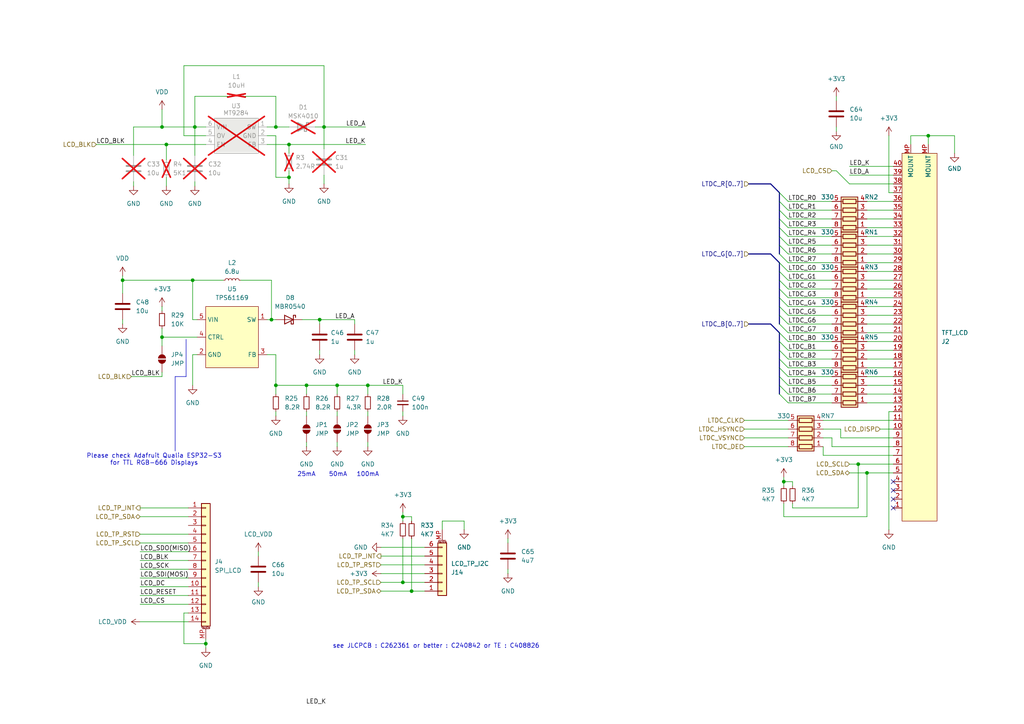
<source format=kicad_sch>
(kicad_sch (version 20231120) (generator "eeschema") (generator_version "8.0")
  (paper "A4")
  (lib_symbols
    (symbol "+3V3_1" (power) (pin_numbers hide) (pin_names (offset 0) hide)
      (property "Value" "+3V3" (at 0 3.556 0))
      (symbol "+3V3_1_1_1"
        (pin power_in line (at 0 0 90) (length 0) (name "~") (number "1"))
      )
    )
    (symbol "+3V3_2" (power) (pin_numbers hide) (pin_names (offset 0) hide)
      (property "Value" "+3V3" (at 0 3.556 0))
      (symbol "+3V3_2_1_1"
        (pin power_in line (at 0 0 90) (length 0) (name "~") (number "1"))
      )
    )
    (symbol "Connector_Generic_MountingPin:Conn_01x06_MountingPin" (pin_names (offset 1.016) hide)
      (property "Reference" "J" (at 0 7.62 0))
      (property "Value" "Conn_01x06_MountingPin" (at 1.27 -10.16 0))
      (symbol "Conn_01x06_MountingPin_1_1"
        (text "Mounting" (at 0 -9.271 0) (effects (font (size 0.381 0.381))))
        (pin passive line (at -5.08 5.08 0) (length 3.81) (name "Pin_1") (number "1"))
        (pin passive line (at -5.08 2.54 0) (length 3.81) (name "Pin_2") (number "2"))
        (pin passive line (at -5.08 0 0) (length 3.81) (name "Pin_3") (number "3"))
        (pin passive line (at -5.08 -2.54 0) (length 3.81) (name "Pin_4") (number "4"))
        (pin passive line (at -5.08 -5.08 0) (length 3.81) (name "Pin_5") (number "5"))
        (pin passive line (at -5.08 -7.62 0) (length 3.81) (name "Pin_6") (number "6"))
        (pin passive line (at 0 -12.7 90) (length 3.048) (name "MountPin") (number "MP"))
      )
    )
    (symbol "Connector_Generic_MountingPin:Conn_01x14_MountingPin" (pin_names (offset 1.016) hide)
      (property "Reference" "J" (at 0 17.78 0))
      (property "Value" "Conn_01x14_MountingPin" (at 1.27 -20.32 0))
      (symbol "Conn_01x14_MountingPin_1_1"
        (text "Mounting" (at 0 -19.431 0) (effects (font (size 0.381 0.381))))
        (pin passive line (at -5.08 15.24 0) (length 3.81) (name "Pin_1") (number "1"))
        (pin passive line (at -5.08 -7.62 0) (length 3.81) (name "Pin_10") (number "10"))
        (pin passive line (at -5.08 -10.16 0) (length 3.81) (name "Pin_11") (number "11"))
        (pin passive line (at -5.08 -12.7 0) (length 3.81) (name "Pin_12") (number "12"))
        (pin passive line (at -5.08 -15.24 0) (length 3.81) (name "Pin_13") (number "13"))
        (pin passive line (at -5.08 -17.78 0) (length 3.81) (name "Pin_14") (number "14"))
        (pin passive line (at -5.08 12.7 0) (length 3.81) (name "Pin_2") (number "2"))
        (pin passive line (at -5.08 10.16 0) (length 3.81) (name "Pin_3") (number "3"))
        (pin passive line (at -5.08 7.62 0) (length 3.81) (name "Pin_4") (number "4"))
        (pin passive line (at -5.08 5.08 0) (length 3.81) (name "Pin_5") (number "5"))
        (pin passive line (at -5.08 2.54 0) (length 3.81) (name "Pin_6") (number "6"))
        (pin passive line (at -5.08 0 0) (length 3.81) (name "Pin_7") (number "7"))
        (pin passive line (at -5.08 -2.54 0) (length 3.81) (name "Pin_8") (number "8"))
        (pin passive line (at -5.08 -5.08 0) (length 3.81) (name "Pin_9") (number "9"))
        (pin passive line (at 0 -22.86 90) (length 3.048) (name "MountPin") (number "MP"))
      )
    )
    (symbol "Device:C" (pin_numbers hide) (pin_names (offset 0.254))
      (property "Reference" "C" (at 0.635 2.54 0))
      (property "Value" "C" (at 0.635 -2.54 0))
      (symbol "C_1_1"
        (pin passive line (at 0 3.81 270) (length 2.794) (name "~") (number "1"))
        (pin passive line (at 0 -3.81 90) (length 2.794) (name "~") (number "2"))
      )
    )
    (symbol "Device:C_Small" (pin_numbers hide) (pin_names (offset 0.254) hide)
      (property "Reference" "C" (at 0.254 1.778 0))
      (property "Value" "C_Small" (at 0.254 -2.032 0))
      (symbol "C_Small_1_1"
        (pin passive line (at 0 2.54 270) (length 2.032) (name "~") (number "1"))
        (pin passive line (at 0 -2.54 90) (length 2.032) (name "~") (number "2"))
      )
    )
    (symbol "Device:D_Schottky" (pin_numbers hide) (pin_names (offset 1.016) hide)
      (property "Reference" "D" (at 0 2.54 0))
      (property "Value" "D_Schottky" (at 0 -2.54 0))
      (symbol "D_Schottky_1_1"
        (pin passive line (at -3.81 0 0) (length 2.54) (name "K") (number "1"))
        (pin passive line (at 3.81 0 180) (length 2.54) (name "A") (number "2"))
      )
    )
    (symbol "Device:L_Small" (pin_numbers hide) (pin_names (offset 0.254) hide)
      (property "Reference" "L" (at 0.762 1.016 0))
      (property "Value" "L_Small" (at 0.762 -1.016 0))
      (symbol "L_Small_1_1"
        (pin passive line (at 0 2.54 270) (length 0.508) (name "~") (number "1"))
        (pin passive line (at 0 -2.54 90) (length 0.508) (name "~") (number "2"))
      )
    )
    (symbol "Device:R_Pack04" (pin_names (offset 0) hide)
      (property "Reference" "RN" (at -7.62 0 90))
      (property "Value" "R_Pack04" (at 5.08 0 90))
      (symbol "R_Pack04_1_1"
        (pin passive line (at -5.08 -5.08 90) (length 2.54) (name "R1.1") (number "1"))
        (pin passive line (at -2.54 -5.08 90) (length 2.54) (name "R2.1") (number "2"))
        (pin passive line (at 0 -5.08 90) (length 2.54) (name "R3.1") (number "3"))
        (pin passive line (at 2.54 -5.08 90) (length 2.54) (name "R4.1") (number "4"))
        (pin passive line (at 2.54 5.08 270) (length 2.54) (name "R4.2") (number "5"))
        (pin passive line (at 0 5.08 270) (length 2.54) (name "R3.2") (number "6"))
        (pin passive line (at -2.54 5.08 270) (length 2.54) (name "R2.2") (number "7"))
        (pin passive line (at -5.08 5.08 270) (length 2.54) (name "R1.2") (number "8"))
      )
    )
    (symbol "Device:R_Small" (pin_numbers hide) (pin_names (offset 0.254) hide)
      (property "Reference" "R" (at 0.762 0.508 0))
      (property "Value" "R_Small" (at 0.762 -1.016 0))
      (symbol "R_Small_1_1"
        (pin passive line (at 0 2.54 270) (length 0.762) (name "~") (number "1"))
        (pin passive line (at 0 -2.54 90) (length 0.762) (name "~") (number "2"))
      )
    )
    (symbol "Diode:MBR0540" (pin_numbers hide) (pin_names (offset 1.016) hide)
      (property "Reference" "D" (at 0 2.54 0))
      (property "Value" "MBR0540" (at 0 -2.54 0))
      (symbol "MBR0540_1_1"
        (pin passive line (at -3.81 0 0) (length 2.54) (name "K") (number "1"))
        (pin passive line (at 3.81 0 180) (length 2.54) (name "A") (number "2"))
      )
    )
    (symbol "FPC_40P_double_contact:FPC-40P"
      (property "Reference" "J" (at 5.08 1.27 0))
      (symbol "FPC-40P_1_1"
        (pin input line (at -2.54 -3.81 0) (length 2.54) (name "") (number "1"))
        (pin input line (at -2.54 -26.67 0) (length 2.54) (name "") (number "10"))
        (pin input line (at -2.54 -29.21 0) (length 2.54) (name "") (number "11"))
        (pin input line (at -2.54 -31.75 0) (length 2.54) (name "") (number "12"))
        (pin input line (at -2.54 -34.29 0) (length 2.54) (name "") (number "13"))
        (pin input line (at -2.54 -36.83 0) (length 2.54) (name "") (number "14"))
        (pin input line (at -2.54 -39.37 0) (length 2.54) (name "") (number "15"))
        (pin input line (at -2.54 -41.91 0) (length 2.54) (name "") (number "16"))
        (pin input line (at -2.54 -44.45 0) (length 2.54) (name "") (number "17"))
        (pin input line (at -2.54 -46.99 0) (length 2.54) (name "") (number "18"))
        (pin input line (at -2.54 -49.53 0) (length 2.54) (name "") (number "19"))
        (pin input line (at -2.54 -6.35 0) (length 2.54) (name "") (number "2"))
        (pin input line (at -2.54 -52.07 0) (length 2.54) (name "") (number "20"))
        (pin input line (at -2.54 -54.61 0) (length 2.54) (name "") (number "21"))
        (pin input line (at -2.54 -57.15 0) (length 2.54) (name "") (number "22"))
        (pin input line (at -2.54 -59.69 0) (length 2.54) (name "") (number "23"))
        (pin input line (at -2.54 -62.23 0) (length 2.54) (name "") (number "24"))
        (pin input line (at -2.54 -64.77 0) (length 2.54) (name "") (number "25"))
        (pin input line (at -2.54 -67.31 0) (length 2.54) (name "") (number "26"))
        (pin input line (at -2.54 -69.85 0) (length 2.54) (name "") (number "27"))
        (pin input line (at -2.54 -72.39 0) (length 2.54) (name "") (number "28"))
        (pin input line (at -2.54 -74.93 0) (length 2.54) (name "") (number "29"))
        (pin input line (at -2.54 -8.89 0) (length 2.54) (name "") (number "3"))
        (pin input line (at -2.54 -77.47 0) (length 2.54) (name "") (number "30"))
        (pin input line (at -2.54 -80.01 0) (length 2.54) (name "") (number "31"))
        (pin input line (at -2.54 -82.55 0) (length 2.54) (name "") (number "32"))
        (pin input line (at -2.54 -85.09 0) (length 2.54) (name "") (number "33"))
        (pin input line (at -2.54 -87.63 0) (length 2.54) (name "") (number "34"))
        (pin input line (at -2.54 -90.17 0) (length 2.54) (name "") (number "35"))
        (pin input line (at -2.54 -92.71 0) (length 2.54) (name "") (number "36"))
        (pin input line (at -2.54 -95.25 0) (length 2.54) (name "") (number "37"))
        (pin input line (at -2.54 -97.79 0) (length 2.54) (name "") (number "38"))
        (pin input line (at -2.54 -100.33 0) (length 2.54) (name "") (number "39"))
        (pin input line (at -2.54 -11.43 0) (length 2.54) (name "") (number "4"))
        (pin input line (at -2.54 -102.87 0) (length 2.54) (name "") (number "40"))
        (pin input line (at -2.54 -13.97 0) (length 2.54) (name "") (number "5"))
        (pin input line (at -2.54 -16.51 0) (length 2.54) (name "") (number "6"))
        (pin input line (at -2.54 -19.05 0) (length 2.54) (name "") (number "7"))
        (pin input line (at -2.54 -21.59 0) (length 2.54) (name "") (number "8"))
        (pin input line (at -2.54 -24.13 0) (length 2.54) (name "") (number "9"))
        (pin input line (at 2.54 -109.22 90) (length 2.54) (name "MOUNT") (number "MP"))
        (pin input line (at 7.62 -109.22 90) (length 2.54) (name "MOUNT") (number "MP"))
      )
    )
    (symbol "GND_1" (power) (pin_numbers hide) (pin_names (offset 0) hide)
      (property "Value" "GND" (at 0 -3.81 0))
      (symbol "GND_1_1_1"
        (pin power_in line (at 0 0 270) (length 0) (name "~") (number "1"))
      )
    )
    (symbol "GND_2" (power) (pin_numbers hide) (pin_names (offset 0) hide)
      (property "Value" "GND" (at 0 -3.81 0))
      (symbol "GND_2_1_1"
        (pin power_in line (at 0 0 270) (length 0) (name "~") (number "1"))
      )
    )
    (symbol "GND_3" (power) (pin_numbers hide) (pin_names (offset 0) hide)
      (property "Value" "GND" (at 0 -3.81 0))
      (symbol "GND_3_1_1"
        (pin power_in line (at 0 0 270) (length 0) (name "~") (number "1"))
      )
    )
    (symbol "GND_4" (power) (pin_numbers hide) (pin_names (offset 0) hide)
      (property "Value" "GND" (at 0 -3.81 0))
      (symbol "GND_4_1_1"
        (pin power_in line (at 0 0 270) (length 0) (name "~") (number "1"))
      )
    )
    (symbol "Jumper:SolderJumper_2_Open" (pin_numbers hide) (pin_names (offset 0) hide) (exclude_from_sim yes) (in_bom no)
      (property "Reference" "JP" (at 0 2.032 0))
      (property "Value" "SolderJumper_2_Open" (at 0 -2.54 0))
      (symbol "SolderJumper_2_Open_1_1"
        (pin passive line (at -3.81 0 0) (length 2.54) (name "A") (number "1"))
        (pin passive line (at 3.81 0 180) (length 2.54) (name "B") (number "2"))
      )
    )
    (symbol "MT9284:MT9284"
      (property "Reference" "U" (at 6.35 2.54 0))
      (symbol "MT9284_1_1"
        (pin input line (at -2.54 -2.54 0) (length 2.54) (name "SW") (number "1"))
        (pin input line (at -2.54 -5.08 0) (length 2.54) (name "GND") (number "2"))
        (pin input line (at -2.54 -7.62 0) (length 2.54) (name "FB") (number "3"))
        (pin input line (at 15.24 -7.62 180) (length 2.54) (name "EN") (number "4"))
        (pin input line (at 15.24 -5.08 180) (length 2.54) (name "OV") (number "5"))
        (pin input line (at 15.24 -2.54 180) (length 2.54) (name "VIN") (number "6"))
      )
    )
    (symbol "TPS61169:TPS61169"
      (property "Reference" "U" (at 7.62 2.54 0))
      (symbol "TPS61169_1_1"
        (pin input line (at 17.78 -3.81 180) (length 2.54) (name "SW") (number "1"))
        (pin input line (at -2.54 -13.97 0) (length 2.54) (name "GND") (number "2"))
        (pin input line (at 17.78 -13.97 180) (length 2.54) (name "FB") (number "3"))
        (pin input line (at -2.54 -8.89 0) (length 2.54) (name "CTRL") (number "4"))
        (pin input line (at -2.54 -3.81 0) (length 2.54) (name "VIN") (number "5"))
      )
    )
    (symbol "power:+3V3" (power) (pin_names (offset 0))
      (property "Value" "+3V3" (at 0 3.556 0))
      (symbol "+3V3_1_1"
        (pin power_in line (at 0 0 90) (length 0) hide (name "+3V3") (number "1"))
      )
    )
    (symbol "power:GND" (power) (pin_names (offset 0))
      (property "Value" "GND" (at 0 -3.81 0))
      (symbol "GND_1_1"
        (pin power_in line (at 0 0 270) (length 0) hide (name "GND") (number "1"))
      )
    )
    (symbol "power:VDD" (power) (pin_names (offset 0))
      (property "Value" "VDD" (at 0 3.81 0))
      (symbol "VDD_1_1"
        (pin power_in line (at 0 0 90) (length 0) hide (name "VDD") (number "1"))
      )
    )
  )
  (junction (at 46.99 97.79))
  (junction (at 269.24 39.37))
  (junction (at 56.515 36.83))
  (junction (at 80.01 36.83))
  (junction (at 83.82 51.435))
  (junction (at 248.92 134.62))
  (junction (at 78.74 92.71))
  (junction (at 116.84 149.86))
  (junction (at 46.99 36.83))
  (junction (at 106.68 111.76))
  (junction (at 251.46 137.16))
  (junction (at 83.82 41.91))
  (junction (at 116.84 168.91))
  (junction (at 48.26 41.91))
  (junction (at 119.38 171.45))
  (junction (at 80.01 111.76))
  (junction (at 59.69 186.69))
  (junction (at 227.33 139.7))
  (junction (at 35.56 81.28))
  (junction (at 93.98 36.83))
  (junction (at 88.9 111.76))
  (junction (at 97.79 111.76))
  (junction (at 55.88 81.28))
  (junction (at 92.71 92.71))
  (no_connect (at 259.08 139.7))
  (no_connect (at 259.08 147.32))
  (no_connect (at 259.08 144.78))
  (no_connect (at 259.08 142.24))
  (bus_entry (at 226.06 93.98) (size 2.54 2.54))
  (bus_entry (at 226.06 101.6) (size 2.54 2.54))
  (bus_entry (at 226.06 73.66) (size 2.54 2.54))
  (bus_entry (at 226.06 104.14) (size 2.54 2.54))
  (bus_entry (at 226.06 68.58) (size 2.54 2.54))
  (bus_entry (at 226.06 76.2) (size 2.54 2.54))
  (bus_entry (at 226.06 111.76) (size 2.54 2.54))
  (bus_entry (at 226.06 55.88) (size 2.54 2.54))
  (bus_entry (at 226.06 99.06) (size 2.54 2.54))
  (bus_entry (at 226.06 88.9) (size 2.54 2.54))
  (bus_entry (at 226.06 81.28) (size 2.54 2.54))
  (bus_entry (at 226.06 106.68) (size 2.54 2.54))
  (bus_entry (at 226.06 66.04) (size 2.54 2.54))
  (bus_entry (at 226.06 91.44) (size 2.54 2.54))
  (bus_entry (at 226.06 114.3) (size 2.54 2.54))
  (bus_entry (at 226.06 60.96) (size 2.54 2.54))
  (bus_entry (at 226.06 96.52) (size 2.54 2.54))
  (bus_entry (at 226.06 58.42) (size 2.54 2.54))
  (bus_entry (at 226.06 109.22) (size 2.54 2.54))
  (bus_entry (at 226.06 71.12) (size 2.54 2.54))
  (bus_entry (at 226.06 83.82) (size 2.54 2.54))
  (bus_entry (at 226.06 63.5) (size 2.54 2.54))
  (bus_entry (at 226.06 86.36) (size 2.54 2.54))
  (bus_entry (at 226.06 78.74) (size 2.54 2.54))
  (wire (pts (xy 229.87 147.32) (xy 248.92 147.32)))
  (wire (pts (xy 215.9 121.92) (xy 228.6 121.92)))
  (wire (pts (xy 40.64 172.72) (xy 54.61 172.72)))
  (wire (pts (xy 83.82 49.53) (xy 83.82 51.435)))
  (wire (pts (xy 257.81 119.38) (xy 259.08 119.38)))
  (wire (pts (xy 116.84 156.21) (xy 116.84 168.91)))
  (wire (pts (xy 228.6 96.52) (xy 241.3 96.52)))
  (wire (pts (xy 93.98 19.05) (xy 93.98 36.83)))
  (wire (pts (xy 228.6 104.14) (xy 241.3 104.14)))
  (wire (pts (xy 251.46 116.84) (xy 259.08 116.84)))
  (wire (pts (xy 257.81 39.37) (xy 257.81 55.88)))
  (wire (pts (xy 57.15 97.79) (xy 46.99 97.79)))
  (wire (pts (xy 80.01 102.87) (xy 77.47 102.87)))
  (bus (pts (xy 217.17 73.66) (xy 223.52 73.66)))
  (wire (pts (xy 110.49 158.75) (xy 123.19 158.75)))
  (polyline (pts (xy 53.975 98.425) (xy 53.975 109.22)))
  (wire (pts (xy 228.6 116.84) (xy 241.3 116.84)))
  (wire (pts (xy 228.6 91.44) (xy 241.3 91.44)))
  (wire (pts (xy 48.26 41.91) (xy 48.26 46.355)))
  (wire (pts (xy 80.01 120.65) (xy 80.01 119.38)))
  (wire (pts (xy 116.84 168.91) (xy 123.19 168.91)))
  (wire (pts (xy 40.64 157.48) (xy 54.61 157.48)))
  (wire (pts (xy 228.6 73.66) (xy 241.3 73.66)))
  (wire (pts (xy 228.6 114.3) (xy 241.3 114.3)))
  (wire (pts (xy 97.79 111.76) (xy 106.68 111.76)))
  (wire (pts (xy 257.81 55.88) (xy 259.08 55.88)))
  (wire (pts (xy 40.64 160.02) (xy 54.61 160.02)))
  (wire (pts (xy 241.3 129.54) (xy 259.08 129.54)))
  (wire (pts (xy 116.84 149.86) (xy 119.38 149.86)))
  (wire (pts (xy 55.88 111.76) (xy 55.88 102.87)))
  (wire (pts (xy 259.08 53.34) (xy 246.38 53.34)))
  (wire (pts (xy 59.69 187.96) (xy 59.69 186.69)))
  (wire (pts (xy 53.34 19.05) (xy 93.98 19.05)))
  (wire (pts (xy 88.9 120.65) (xy 88.9 119.38)))
  (wire (pts (xy 92.71 92.71) (xy 102.87 92.71)))
  (wire (pts (xy 246.38 48.26) (xy 259.08 48.26)))
  (wire (pts (xy 35.56 81.28) (xy 55.88 81.28)))
  (wire (pts (xy 46.99 97.79) (xy 46.99 100.33)))
  (wire (pts (xy 227.33 138.43) (xy 227.33 139.7)))
  (wire (pts (xy 228.6 76.2) (xy 241.3 76.2)))
  (wire (pts (xy 238.76 132.08) (xy 259.08 132.08)))
  (wire (pts (xy 97.79 120.65) (xy 97.79 119.38)))
  (wire (pts (xy 27.94 41.91) (xy 48.26 41.91)))
  (wire (pts (xy 251.46 68.58) (xy 259.08 68.58)))
  (wire (pts (xy 80.01 36.83) (xy 77.47 36.83)))
  (wire (pts (xy 69.85 81.28) (xy 78.74 81.28)))
  (bus (pts (xy 226.06 76.2) (xy 226.06 78.74)))
  (bus (pts (xy 226.06 96.52) (xy 226.06 99.06)))
  (bus (pts (xy 226.06 58.42) (xy 226.06 60.96)))
  (bus (pts (xy 217.17 53.34) (xy 223.52 53.34)))
  (wire (pts (xy 243.84 124.46) (xy 243.84 127)))
  (wire (pts (xy 46.99 107.95) (xy 46.99 109.22)))
  (bus (pts (xy 226.06 55.88) (xy 223.52 53.34)))
  (wire (pts (xy 119.38 171.45) (xy 123.19 171.45)))
  (bus (pts (xy 226.06 99.06) (xy 226.06 101.6)))
  (wire (pts (xy 46.99 36.83) (xy 56.515 36.83)))
  (wire (pts (xy 257.81 153.67) (xy 257.81 119.38)))
  (wire (pts (xy 228.6 93.98) (xy 241.3 93.98)))
  (wire (pts (xy 59.69 39.37) (xy 53.34 39.37)))
  (wire (pts (xy 56.515 36.83) (xy 59.69 36.83)))
  (wire (pts (xy 83.82 41.91) (xy 106.045 41.91)))
  (wire (pts (xy 227.33 149.86) (xy 251.46 149.86)))
  (wire (pts (xy 228.6 66.04) (xy 241.3 66.04)))
  (wire (pts (xy 238.76 121.92) (xy 259.08 121.92)))
  (wire (pts (xy 106.68 120.65) (xy 106.68 119.38)))
  (wire (pts (xy 35.56 93.98) (xy 35.56 92.71)))
  (wire (pts (xy 80.01 114.3) (xy 80.01 111.76)))
  (wire (pts (xy 251.46 91.44) (xy 259.08 91.44)))
  (bus (pts (xy 226.06 96.52) (xy 223.52 93.98)))
  (wire (pts (xy 227.33 139.7) (xy 227.33 140.97)))
  (wire (pts (xy 251.46 86.36) (xy 259.08 86.36)))
  (wire (pts (xy 251.46 66.04) (xy 259.08 66.04)))
  (bus (pts (xy 226.06 55.88) (xy 226.06 58.42)))
  (wire (pts (xy 228.6 88.9) (xy 241.3 88.9)))
  (wire (pts (xy 55.88 92.71) (xy 55.88 81.28)))
  (wire (pts (xy 80.01 111.76) (xy 88.9 111.76)))
  (wire (pts (xy 134.62 153.67) (xy 134.62 151.13)))
  (wire (pts (xy 59.69 41.91) (xy 48.26 41.91)))
  (wire (pts (xy 228.6 106.68) (xy 241.3 106.68)))
  (wire (pts (xy 106.045 36.83) (xy 93.98 36.83)))
  (wire (pts (xy 269.24 39.37) (xy 269.24 41.91)))
  (wire (pts (xy 93.98 36.83) (xy 91.44 36.83)))
  (wire (pts (xy 251.46 106.68) (xy 259.08 106.68)))
  (wire (pts (xy 276.86 44.45) (xy 276.86 39.37)))
  (wire (pts (xy 38.1 109.22) (xy 46.99 109.22)))
  (wire (pts (xy 77.47 39.37) (xy 80.01 39.37)))
  (wire (pts (xy 251.46 71.12) (xy 259.08 71.12)))
  (wire (pts (xy 251.46 104.14) (xy 259.08 104.14)))
  (wire (pts (xy 264.16 39.37) (xy 264.16 41.91)))
  (wire (pts (xy 241.3 49.53) (xy 242.57 49.53)))
  (wire (pts (xy 46.99 97.79) (xy 46.99 95.25)))
  (wire (pts (xy 228.6 78.74) (xy 241.3 78.74)))
  (wire (pts (xy 56.515 36.83) (xy 56.515 27.94)))
  (bus (pts (xy 226.06 63.5) (xy 226.06 66.04)))
  (wire (pts (xy 97.79 129.54) (xy 97.79 128.27)))
  (wire (pts (xy 248.92 147.32) (xy 248.92 134.62)))
  (wire (pts (xy 242.57 38.1) (xy 242.57 36.83)))
  (wire (pts (xy 40.64 162.56) (xy 54.61 162.56)))
  (bus (pts (xy 226.06 109.22) (xy 226.06 111.76)))
  (wire (pts (xy 56.515 27.94) (xy 66.04 27.94)))
  (wire (pts (xy 48.26 53.975) (xy 48.26 51.435)))
  (wire (pts (xy 242.57 49.53) (xy 246.38 53.34)))
  (wire (pts (xy 40.64 154.94) (xy 54.61 154.94)))
  (wire (pts (xy 78.74 92.71) (xy 80.01 92.71)))
  (wire (pts (xy 238.76 124.46) (xy 243.84 124.46)))
  (wire (pts (xy 92.71 102.87) (xy 92.71 101.6)))
  (wire (pts (xy 251.46 96.52) (xy 259.08 96.52)))
  (wire (pts (xy 116.84 111.76) (xy 106.68 111.76)))
  (wire (pts (xy 251.46 111.76) (xy 259.08 111.76)))
  (wire (pts (xy 53.34 177.8) (xy 53.34 186.69)))
  (wire (pts (xy 53.34 186.69) (xy 59.69 186.69)))
  (wire (pts (xy 116.84 120.65) (xy 116.84 119.38)))
  (wire (pts (xy 248.92 134.62) (xy 259.08 134.62)))
  (wire (pts (xy 243.84 127) (xy 259.08 127)))
  (wire (pts (xy 80.01 51.435) (xy 83.82 51.435)))
  (wire (pts (xy 227.33 146.05) (xy 227.33 149.86)))
  (wire (pts (xy 80.01 39.37) (xy 80.01 51.435)))
  (wire (pts (xy 269.24 39.37) (xy 264.16 39.37)))
  (bus (pts (xy 226.06 68.58) (xy 226.06 71.12)))
  (wire (pts (xy 241.3 127) (xy 241.3 129.54)))
  (wire (pts (xy 251.46 137.16) (xy 259.08 137.16)))
  (wire (pts (xy 251.46 88.9) (xy 259.08 88.9)))
  (wire (pts (xy 238.76 127) (xy 241.3 127)))
  (wire (pts (xy 74.93 170.18) (xy 74.93 168.91)))
  (wire (pts (xy 38.735 53.975) (xy 38.735 52.705)))
  (wire (pts (xy 110.49 166.37) (xy 123.19 166.37)))
  (wire (pts (xy 128.27 151.13) (xy 128.27 153.67)))
  (wire (pts (xy 228.6 109.22) (xy 241.3 109.22)))
  (wire (pts (xy 251.46 76.2) (xy 259.08 76.2)))
  (wire (pts (xy 228.6 63.5) (xy 241.3 63.5)))
  (wire (pts (xy 57.15 92.71) (xy 55.88 92.71)))
  (bus (pts (xy 226.06 86.36) (xy 226.06 88.9)))
  (wire (pts (xy 215.9 127) (xy 228.6 127)))
  (wire (pts (xy 255.27 124.46) (xy 259.08 124.46)))
  (wire (pts (xy 228.6 60.96) (xy 241.3 60.96)))
  (wire (pts (xy 119.38 151.13) (xy 119.38 149.86)))
  (polyline (pts (xy 50.8 109.22) (xy 53.975 109.22)))
  (wire (pts (xy 87.63 92.71) (xy 92.71 92.71)))
  (wire (pts (xy 38.735 45.085) (xy 38.735 36.83)))
  (wire (pts (xy 78.74 92.71) (xy 77.47 92.71)))
  (bus (pts (xy 226.06 83.82) (xy 226.06 86.36)))
  (wire (pts (xy 55.88 102.87) (xy 57.15 102.87)))
  (wire (pts (xy 251.46 99.06) (xy 259.08 99.06)))
  (wire (pts (xy 40.64 180.34) (xy 54.61 180.34)))
  (wire (pts (xy 102.87 102.87) (xy 102.87 101.6)))
  (bus (pts (xy 226.06 71.12) (xy 226.06 73.66)))
  (wire (pts (xy 93.98 36.83) (xy 93.98 43.18)))
  (bus (pts (xy 226.06 60.96) (xy 226.06 63.5)))
  (wire (pts (xy 238.76 129.54) (xy 238.76 132.08)))
  (bus (pts (xy 217.17 93.98) (xy 223.52 93.98)))
  (wire (pts (xy 53.34 177.8) (xy 54.61 177.8)))
  (wire (pts (xy 229.87 146.05) (xy 229.87 147.32)))
  (wire (pts (xy 110.49 171.45) (xy 119.38 171.45)))
  (wire (pts (xy 106.68 111.76) (xy 106.68 114.3)))
  (wire (pts (xy 46.99 88.9) (xy 46.99 90.17)))
  (wire (pts (xy 40.64 149.86) (xy 54.61 149.86)))
  (wire (pts (xy 80.01 36.83) (xy 83.82 36.83)))
  (wire (pts (xy 276.86 39.37) (xy 269.24 39.37)))
  (wire (pts (xy 229.87 140.97) (xy 229.87 139.7)))
  (wire (pts (xy 71.12 27.94) (xy 80.01 27.94)))
  (wire (pts (xy 251.46 73.66) (xy 259.08 73.66)))
  (wire (pts (xy 228.6 86.36) (xy 241.3 86.36)))
  (wire (pts (xy 83.82 51.435) (xy 83.82 53.34)))
  (wire (pts (xy 40.64 165.1) (xy 54.61 165.1)))
  (wire (pts (xy 40.64 167.64) (xy 54.61 167.64)))
  (wire (pts (xy 246.38 134.62) (xy 248.92 134.62)))
  (wire (pts (xy 251.46 109.22) (xy 259.08 109.22)))
  (wire (pts (xy 215.9 124.46) (xy 228.6 124.46)))
  (wire (pts (xy 53.34 39.37) (xy 53.34 19.05)))
  (wire (pts (xy 97.79 111.76) (xy 97.79 114.3)))
  (wire (pts (xy 251.46 101.6) (xy 259.08 101.6)))
  (wire (pts (xy 251.46 58.42) (xy 259.08 58.42)))
  (wire (pts (xy 246.38 50.8) (xy 259.08 50.8)))
  (wire (pts (xy 92.71 92.71) (xy 92.71 93.98)))
  (wire (pts (xy 147.32 166.37) (xy 147.32 165.1)))
  (bus (pts (xy 226.06 91.44) (xy 226.06 93.98)))
  (wire (pts (xy 110.49 161.29) (xy 123.19 161.29)))
  (wire (pts (xy 88.9 111.76) (xy 88.9 114.3)))
  (wire (pts (xy 251.46 78.74) (xy 259.08 78.74)))
  (wire (pts (xy 55.88 81.28) (xy 64.77 81.28)))
  (wire (pts (xy 228.6 83.82) (xy 241.3 83.82)))
  (wire (pts (xy 110.49 168.91) (xy 116.84 168.91)))
  (wire (pts (xy 59.69 186.69) (xy 59.69 185.42)))
  (wire (pts (xy 116.84 148.59) (xy 116.84 149.86)))
  (wire (pts (xy 106.68 129.54) (xy 106.68 128.27)))
  (wire (pts (xy 251.46 81.28) (xy 259.08 81.28)))
  (wire (pts (xy 227.33 139.7) (xy 229.87 139.7)))
  (wire (pts (xy 134.62 151.13) (xy 128.27 151.13)))
  (wire (pts (xy 228.6 71.12) (xy 241.3 71.12)))
  (bus (pts (xy 226.06 66.04) (xy 226.06 68.58)))
  (wire (pts (xy 251.46 149.86) (xy 251.46 137.16)))
  (wire (pts (xy 88.9 111.76) (xy 97.79 111.76)))
  (wire (pts (xy 251.46 83.82) (xy 259.08 83.82)))
  (wire (pts (xy 228.6 68.58) (xy 241.3 68.58)))
  (wire (pts (xy 102.87 92.71) (xy 102.87 93.98)))
  (wire (pts (xy 80.01 111.76) (xy 80.01 102.87)))
  (wire (pts (xy 215.9 129.54) (xy 228.6 129.54)))
  (wire (pts (xy 228.6 58.42) (xy 241.3 58.42)))
  (wire (pts (xy 251.46 114.3) (xy 259.08 114.3)))
  (wire (pts (xy 93.98 53.34) (xy 93.98 50.8)))
  (wire (pts (xy 77.47 41.91) (xy 83.82 41.91)))
  (wire (pts (xy 228.6 99.06) (xy 241.3 99.06)))
  (wire (pts (xy 38.735 36.83) (xy 46.99 36.83)))
  (wire (pts (xy 74.93 160.02) (xy 74.93 161.29)))
  (wire (pts (xy 147.32 156.21) (xy 147.32 157.48)))
  (bus (pts (xy 226.06 101.6) (xy 226.06 104.14)))
  (wire (pts (xy 88.9 129.54) (xy 88.9 128.27)))
  (wire (pts (xy 228.6 101.6) (xy 241.3 101.6)))
  (bus (pts (xy 226.06 104.14) (xy 226.06 106.68)))
  (bus (pts (xy 226.06 111.76) (xy 226.06 114.3)))
  (bus (pts (xy 226.06 78.74) (xy 226.06 81.28)))
  (wire (pts (xy 83.82 41.91) (xy 83.82 44.45)))
  (bus (pts (xy 226.06 76.2) (xy 223.52 73.66)))
  (wire (pts (xy 56.515 53.975) (xy 56.515 52.705)))
  (wire (pts (xy 116.84 114.3) (xy 116.84 111.76)))
  (wire (pts (xy 40.64 147.32) (xy 54.61 147.32)))
  (wire (pts (xy 251.46 93.98) (xy 259.08 93.98)))
  (wire (pts (xy 78.74 81.28) (xy 78.74 92.71)))
  (wire (pts (xy 56.515 36.83) (xy 56.515 45.085)))
  (wire (pts (xy 242.57 27.94) (xy 242.57 29.21)))
  (polyline (pts (xy 50.8 130.81) (xy 50.8 109.22)))
  (wire (pts (xy 251.46 63.5) (xy 259.08 63.5)))
  (wire (pts (xy 35.56 80.01) (xy 35.56 81.28)))
  (wire (pts (xy 80.01 27.94) (xy 80.01 36.83)))
  (wire (pts (xy 116.84 149.86) (xy 116.84 151.13)))
  (wire (pts (xy 228.6 81.28) (xy 241.3 81.28)))
  (bus (pts (xy 226.06 81.28) (xy 226.06 83.82)))
  (wire (pts (xy 251.46 60.96) (xy 259.08 60.96)))
  (wire (pts (xy 40.64 175.26) (xy 54.61 175.26)))
  (wire (pts (xy 46.99 31.75) (xy 46.99 36.83)))
  (bus (pts (xy 226.06 88.9) (xy 226.06 91.44)))
  (bus (pts (xy 226.06 106.68) (xy 226.06 109.22)))
  (wire (pts (xy 35.56 85.09) (xy 35.56 81.28)))
  (wire (pts (xy 228.6 111.76) (xy 241.3 111.76)))
  (wire (pts (xy 40.64 170.18) (xy 54.61 170.18)))
  (wire (pts (xy 110.49 163.83) (xy 123.19 163.83)))
  (wire (pts (xy 246.38 137.16) (xy 251.46 137.16)))
  (wire (pts (xy 119.38 156.21) (xy 119.38 171.45)))
  (image (at 149.86 -31.75))
  (text "100mA" (at 106.68 137.668 0) (effects (font (size 1.27 1.27))))
  (text "see JLCPCB : C262361 or better : C240842 or TE : C408826" (at 126.492 187.452 0) (effects (font (size 1.27 1.27))))
  (text "50mA" (at 98.044 137.668 0) (effects (font (size 1.27 1.27))))
  (text "25mA" (at 88.9 137.668 0) (effects (font (size 1.27 1.27))))
  (text "Please check Adafruit Qualia ESP32-S3\nfor TTL RGB-666 Displays" (at 44.704 133.35 0) (effects (font (size 1.27 1.27))))
  (label "LED_K" (at 94.615 204.47 180))
  (label "LTDC_G6" (at 228.6 93.98 0))
  (label "LTDC_B7" (at 228.6 116.84 0))
  (label "LCD_DC" (at 40.64 170.18 0))
  (label "LTDC_R1" (at 228.6 60.96 0))
  (label "LCD_BLK" (at 27.94 41.91 0))
  (label "LTDC_G5" (at 228.6 91.44 0))
  (label "LTDC_B1" (at 228.6 101.6 0))
  (label "LCD_SDO(MISO)" (at 40.64 160.02 0))
  (label "LTDC_R7" (at 228.6 76.2 0))
  (label "LTDC_B3" (at 228.6 106.68 0))
  (label "LTDC_B5" (at 228.6 111.76 0))
  (label "LTDC_G2" (at 228.6 83.82 0))
  (label "LED_A" (at 246.38 50.8 0))
  (label "LTDC_R5" (at 228.6 71.12 0))
  (label "LTDC_G4" (at 228.6 88.9 0))
  (label "LED_K" (at 116.84 111.76 180))
  (label "LED_K" (at 246.38 48.26 0))
  (label "LTDC_B4" (at 228.6 109.22 0))
  (label "LTDC_B6" (at 228.6 114.3 0))
  (label "LTDC_B0" (at 228.6 99.06 0))
  (label "LTDC_B2" (at 228.6 104.14 0))
  (label "LCD_BLK" (at 40.64 162.56 0))
  (label "LTDC_R4" (at 228.6 68.58 0))
  (label "LTDC_G3" (at 228.6 86.36 0))
  (label "LCD_SDI(MOSI)" (at 40.64 167.64 0))
  (label "LED_A" (at 102.87 92.71 180))
  (label "LCD_BLK" (at 38.1 109.22 0))
  (label "LTDC_R0" (at 228.6 58.42 0))
  (label "LTDC_G7" (at 228.6 96.52 0))
  (label "LTDC_R3" (at 228.6 66.04 0))
  (label "LTDC_R6" (at 228.6 73.66 0))
  (label "LCD_SCK" (at 40.64 165.1 0))
  (label "LTDC_G0" (at 228.6 78.74 0))
  (label "LTDC_G1" (at 228.6 81.28 0))
  (label "LTDC_R2" (at 228.6 63.5 0))
  (label "LED_K" (at 106.045 41.91 180))
  (label "LED_A" (at 106.045 36.83 180))
  (label "LCD_RESET" (at 40.64 172.72 0))
  (label "LCD_CS" (at 40.64 175.26 0))
  (hierarchical_label "LCD_BLK" (shape input) (at 38.1 109.22 180))
  (hierarchical_label "LCD_TP_SDA" (shape bidirectional) (at 110.49 171.45 180))
  (hierarchical_label "LCD_TP_INT" (shape output) (at 110.49 161.29 180))
  (hierarchical_label "LTDC_CLK" (shape input) (at 215.9 121.92 180))
  (hierarchical_label "LCD_SCL" (shape input) (at 246.38 134.62 180))
  (hierarchical_label "LCD_TP_SCL" (shape input) (at 40.64 157.48 180))
  (hierarchical_label "LTDC_HSYNC" (shape input) (at 215.9 124.46 180))
  (hierarchical_label "LCD_TP_SDA" (shape bidirectional) (at 40.64 149.86 180))
  (hierarchical_label "LCD_TP_RST" (shape input) (at 110.49 163.83 180))
  (hierarchical_label "LCD_TP_INT" (shape output) (at 40.64 147.32 180))
  (hierarchical_label "LTDC_VSYNC" (shape input) (at 215.9 127 180))
  (hierarchical_label "LCD_DISP" (shape input) (at 255.27 124.46 180))
  (hierarchical_label "LCD_SDA" (shape bidirectional) (at 246.38 137.16 180))
  (hierarchical_label "LCD_TP_SCL" (shape input) (at 110.49 168.91 180))
  (hierarchical_label "LTDC_B[0..7]" (shape input) (at 217.17 93.98 180))
  (hierarchical_label "LCD_TP_RST" (shape input) (at 40.64 154.94 180))
  (hierarchical_label "LCD_CS" (shape input) (at 241.3 49.53 180))
  (hierarchical_label "LTDC_R[0..7]" (shape input) (at 217.17 53.34 180))
  (hierarchical_label "LCD_BLK" (shape input) (at 27.94 41.91 180))
  (hierarchical_label "LTDC_G[0..7]" (shape input) (at 217.17 73.66 180))
  (hierarchical_label "LTDC_DE" (shape input) (at 215.9 129.54 180))
  (symbol (lib_id "Device:C") (at 74.93 165.1 0) (unit 1)
    (property "Reference" "C66" (at 78.74 163.8299 0) (effects (justify left)))
    (property "Value" "10u" (at 78.74 166.3699 0) (effects (justify left)))
    (property "Footprint" "Capacitor_SMD:C_0603_1608Metric" (effects (hide yes)))
    (property "JLCPCB Part #" "C96446" (effects (hide yes)))
  )
  (symbol (lib_name "GND_2") (lib_id "power:GND") (at 110.49 158.75 270) (unit 1)
    (property "Reference" "#PWR087" (effects (hide yes)))
    (property "Value" "GND" (at 106.68 158.7499 90) (effects (justify right)))
    (property "Description" "Power symbol creates a global label with name \"GND\" , ground" (effects (hide yes)))
  )
  (symbol (lib_id "power:+3V3") (at 227.33 138.43 0) (unit 1)
    (property "Reference" "#PWR04" (effects (hide yes)))
    (property "Value" "+3V3" (at 227.33 133.35 0))
    (property "Description" "Power symbol creates a global label with name \"+3V3\"" (effects (hide yes)))
  )
  (symbol (lib_id "Jumper:SolderJumper_2_Open") (at 88.9 124.46 90) (unit 1) (exclude_from_sim yes) (in_bom no)
    (property "Reference" "JP1" (at 91.44 123.1899 90) (effects (justify right)))
    (property "Value" "JMP" (at 91.44 125.7299 90) (effects (justify right)))
    (property "Footprint" "Jumper:SolderJumper-2_P1.3mm_Open_RoundedPad1.0x1.5mm" (effects (hide yes)))
    (property "Description" "Solder Jumper, 2-pole, open" (effects (hide yes)))
  )
  (symbol (lib_id "Device:R_Small") (at 227.33 143.51 0) (mirror y) (unit 1)
    (property "Reference" "R35" (at 224.79 142.2399 0) (effects (justify left)))
    (property "Value" "4K7" (at 224.79 144.7799 0) (effects (justify left)))
    (property "Footprint" "Resistor_SMD:R_0402_1005Metric" (effects (hide yes)))
    (property "JLCPCB Part #" "C203084" (effects (hide yes)))
  )
  (symbol (lib_id "power:GND") (at 74.93 170.18 0) (unit 1)
    (property "Reference" "#PWR0152" (effects (hide yes)))
    (property "Value" "GND" (at 74.93 174.625 0))
  )
  (symbol (lib_name "GND_4") (lib_id "power:GND") (at 59.69 187.96 0) (unit 1)
    (property "Reference" "#PWR089" (effects (hide yes)))
    (property "Value" "GND" (at 59.69 193.04 0))
    (property "Description" "Power symbol creates a global label with name \"GND\" , ground" (effects (hide yes)))
  )
  (symbol (lib_id "Device:R_Pack04") (at 246.38 101.6 90) (unit 1)
    (property "Reference" "RN5" (at 252.73 97.79 90))
    (property "Value" "330" (at 240.03 97.79 90))
    (property "Footprint" "Resistor_SMD:R_Array_Convex_4x0603" (effects (hide yes)))
    (property "Description" "4 resistor network, parallel topology" (effects (hide yes)))
  )
  (symbol (lib_name "GND_1") (lib_id "power:GND") (at 80.01 120.65 0) (unit 1)
    (property "Reference" "#PWR093" (effects (hide yes)))
    (property "Value" "GND" (at 80.01 125.73 0))
    (property "Description" "Power symbol creates a global label with name \"GND\" , ground" (effects (hide yes)))
  )
  (symbol (lib_id "power:VDD") (at 46.99 31.75 0) (unit 1)
    (property "Reference" "#PWR020" (effects (hide yes)))
    (property "Value" "VDD" (at 46.99 26.67 0))
    (property "Description" "Power symbol creates a global label with name \"VDD\"" (effects (hide yes)))
  )
  (symbol (lib_id "Device:R_Small") (at 97.79 116.84 0) (unit 1)
    (property "Reference" "R27" (at 100.33 115.5699 0) (effects (justify left)))
    (property "Value" "4.3R" (at 100.33 118.1099 0) (effects (justify left)))
    (property "Footprint" "Resistor_SMD:R_0402_1005Metric" (effects (hide yes)))
    (property "JLCPCB Part #" "C166641" (effects (hide yes)))
  )
  (symbol (lib_name "+3V3_1") (lib_id "power:+3V3") (at 46.99 88.9 0) (unit 1)
    (property "Reference" "#PWR097" (effects (hide yes)))
    (property "Value" "+3V3" (at 46.99 83.82 0))
    (property "Description" "Power symbol creates a global label with name \"+3V3\"" (effects (hide yes)))
  )
  (symbol (lib_id "Jumper:SolderJumper_2_Open") (at 106.68 124.46 90) (unit 1) (exclude_from_sim yes) (in_bom no)
    (property "Reference" "JP3" (at 109.22 123.1899 90) (effects (justify right)))
    (property "Value" "JMP" (at 109.22 125.7299 90) (effects (justify right)))
    (property "Footprint" "Jumper:SolderJumper-2_P1.3mm_Open_RoundedPad1.0x1.5mm" (effects (hide yes)))
    (property "Description" "Solder Jumper, 2-pole, open" (effects (hide yes)))
  )
  (symbol (lib_id "power:GND") (at 276.86 44.45 0) (unit 1)
    (property "Reference" "#PWR019" (effects (hide yes)))
    (property "Value" "GND" (at 276.86 48.895 0))
  )
  (symbol (lib_id "power:GND") (at 56.515 53.975 0) (unit 1)
    (property "Reference" "#PWR029" (effects (hide yes)))
    (property "Value" "GND" (at 56.515 59.055 0))
  )
  (symbol (lib_id "power:+3V3") (at 147.32 156.21 0) (unit 1)
    (property "Reference" "#PWR0149" (effects (hide yes)))
    (property "Value" "+3V3" (at 147.32 151.13 0))
    (property "Description" "Power symbol creates a global label with name \"+3V3\"" (effects (hide yes)))
  )
  (symbol (lib_id "Connector_Generic_MountingPin:Conn_01x06_MountingPin") (at 128.27 166.37 0) (mirror x) (unit 1)
    (property "Reference" "J14" (at 130.81 166.0145 0) (effects (justify left)))
    (property "Value" "LCD_TP_I2C" (at 130.81 163.4745 0) (effects (justify left)))
    (property "Footprint" "Connector_FFC-FPC:TE_84952-6_1x06-1MP_P1.0mm_Horizontal" (effects (hide yes)))
    (property "Description" "Generic connectable mounting pin connector, single row, 01x06, script generated (kicad-library-utils/schlib/autogen/connector/)" (effects (hide yes)))
    (property "JLCPCB Part #" "C408826" (effects (hide yes)))
  )
  (symbol (lib_id "Device:R_Small") (at 119.38 153.67 0) (unit 1)
    (property "Reference" "R33" (at 121.92 152.3999 0) (effects (justify left)))
    (property "Value" "4K7" (at 121.92 154.9399 0) (effects (justify left)))
    (property "Footprint" "Resistor_SMD:R_0402_1005Metric" (effects (hide yes)))
    (property "JLCPCB Part #" "C203084" (effects (hide yes)))
  )
  (symbol (lib_id "power:GND") (at 83.82 53.34 0) (unit 1)
    (property "Reference" "#PWR030" (effects (hide yes)))
    (property "Value" "GND" (at 83.82 58.42 0))
  )
  (symbol (lib_id "Device:R_Small") (at 48.26 48.895 0) (unit 1) (in_bom no) (on_board no) (dnp yes)
    (property "Reference" "R4" (at 50.165 47.625 0) (effects (justify left)))
    (property "Value" "5K1" (at 50.165 50.165 0) (effects (justify left)))
    (property "Footprint" "Resistor_SMD:R_0402_1005Metric" (effects (hide yes)))
    (property "JLCPCB Part #" "C25905" (effects (hide yes)))
  )
  (symbol (lib_id "Device:R_Small") (at 229.87 143.51 0) (unit 1)
    (property "Reference" "R36" (at 232.41 142.2399 0) (effects (justify left)))
    (property "Value" "4K7" (at 232.41 144.7799 0) (effects (justify left)))
    (property "Footprint" "Resistor_SMD:R_0402_1005Metric" (effects (hide yes)))
    (property "JLCPCB Part #" "C203084" (effects (hide yes)))
  )
  (symbol (lib_name "GND_3") (lib_id "power:GND") (at 147.32 166.37 0) (unit 1)
    (property "Reference" "#PWR0150" (effects (hide yes)))
    (property "Value" "GND" (at 147.32 171.45 0))
    (property "Description" "Power symbol creates a global label with name \"GND\" , ground" (effects (hide yes)))
  )
  (symbol (lib_id "Device:R_Pack04") (at 246.38 111.76 90) (unit 1)
    (property "Reference" "RN6" (at 252.73 107.95 90))
    (property "Value" "330" (at 240.03 107.95 90))
    (property "Footprint" "Resistor_SMD:R_Array_Convex_4x0603" (effects (hide yes)))
    (property "Description" "4 resistor network, parallel topology" (effects (hide yes)))
  )
  (symbol (lib_id "power:+3V3") (at 242.57 27.94 0) (unit 1)
    (property "Reference" "#PWR0147" (effects (hide yes)))
    (property "Value" "+3V3" (at 242.57 22.86 0))
    (property "Description" "Power symbol creates a global label with name \"+3V3\"" (effects (hide yes)))
  )
  (symbol (lib_id "Device:R_Pack04") (at 246.38 81.28 90) (unit 1)
    (property "Reference" "RN3" (at 252.73 77.47 90))
    (property "Value" "330" (at 240.03 77.47 90))
    (property "Footprint" "Resistor_SMD:R_Array_Convex_4x0603" (effects (hide yes)))
    (property "Description" "4 resistor network, parallel topology" (effects (hide yes)))
  )
  (symbol (lib_id "Connector_Generic_MountingPin:Conn_01x14_MountingPin") (at 59.69 162.56 0) (unit 1)
    (property "Reference" "J4" (at 62.23 162.9155 0) (effects (justify left)))
    (property "Value" "SPI_LCD" (at 62.23 165.4555 0) (effects (justify left)))
    (property "Footprint" "Connector_FFC-FPC:TE_1-84953-4_1x14-1MP_P1.0mm_Horizontal" (effects (hide yes)))
    (property "Description" "Generic connectable mounting pin connector, single row, 01x14, script generated (kicad-library-utils/schlib/autogen/connector/)" (effects (hide yes)))
  )
  (symbol (lib_name "GND_1") (lib_id "power:GND") (at 102.87 102.87 0) (unit 1)
    (property "Reference" "#PWR096" (effects (hide yes)))
    (property "Value" "GND" (at 102.87 107.95 0))
    (property "Description" "Power symbol creates a global label with name \"GND\" , ground" (effects (hide yes)))
  )
  (symbol (lib_name "GND_1") (lib_id "power:GND") (at 116.84 120.65 0) (unit 1)
    (property "Reference" "#PWR0100" (effects (hide yes)))
    (property "Value" "GND" (at 116.84 125.73 0))
    (property "Description" "Power symbol creates a global label with name \"GND\" , ground" (effects (hide yes)))
  )
  (symbol (lib_id "Device:L_Small") (at 68.58 27.94 90) (unit 1) (in_bom no) (on_board no) (dnp yes)
    (property "Reference" "L1" (at 68.58 22.225 90))
    (property "Value" "10uH" (at 68.58 24.765 90))
    (property "Footprint" "Inductor_SMD:L_1210_3225Metric" (effects (hide yes)))
    (property "JLCPCB Part #" "C189932" (effects (hide yes)))
  )
  (symbol (lib_id "Device:C") (at 38.735 48.895 0) (unit 1) (in_bom no) (on_board no) (dnp yes)
    (property "Reference" "C33" (at 42.545 47.625 0) (effects (justify left)))
    (property "Value" "10u" (at 42.545 50.165 0) (effects (justify left)))
    (property "Footprint" "Capacitor_SMD:C_0603_1608Metric" (effects (hide yes)))
    (property "JLCPCB Part #" "C96446" (effects (hide yes)))
  )
  (symbol (lib_id "power:+3V3") (at 74.93 160.02 0) (unit 1)
    (property "Reference" "#PWR0151" (effects (hide yes)))
    (property "Value" "LCD_VDD" (at 74.93 154.94 0))
    (property "Description" "Power symbol creates a global label with name \"+3V3\"" (effects (hide yes)))
  )
  (symbol (lib_name "GND_1") (lib_id "power:GND") (at 106.68 129.54 0) (unit 1)
    (property "Reference" "#PWR092" (effects (hide yes)))
    (property "Value" "GND" (at 106.68 134.62 0))
    (property "Description" "Power symbol creates a global label with name \"GND\" , ground" (effects (hide yes)))
  )
  (symbol (lib_id "Device:C_Small") (at 116.84 116.84 0) (unit 1)
    (property "Reference" "C49" (at 119.38 115.5763 0) (effects (justify left)))
    (property "Value" "100n" (at 119.38 118.1163 0) (effects (justify left)))
    (property "Footprint" "Capacitor_SMD:C_0402_1005Metric" (effects (hide yes)))
    (property "JLCPCB Part #" "C307331" (effects (hide yes)))
  )
  (symbol (lib_name "GND_3") (lib_id "power:GND") (at 257.81 153.67 0) (unit 1)
    (property "Reference" "#PWR0135" (effects (hide yes)))
    (property "Value" "GND" (at 257.81 158.75 0))
    (property "Description" "Power symbol creates a global label with name \"GND\" , ground" (effects (hide yes)))
  )
  (symbol (lib_id "Device:R_Small") (at 46.99 92.71 0) (unit 1)
    (property "Reference" "R29" (at 49.53 91.4399 0) (effects (justify left)))
    (property "Value" "10K" (at 49.53 93.9799 0) (effects (justify left)))
    (property "Footprint" "Resistor_SMD:R_0402_1005Metric" (effects (hide yes)))
    (property "JLCPCB Part #" "C25744" (effects (hide yes)))
  )
  (symbol (lib_id "Device:C") (at 102.87 97.79 0) (unit 1)
    (property "Reference" "C47" (at 106.045 96.52 0) (effects (justify left)))
    (property "Value" "1u" (at 106.045 99.06 0) (effects (justify left)))
    (property "Footprint" "Capacitor_SMD:C_0603_1608Metric" (effects (hide yes)))
    (property "JLCPCB Part #" "C15849" (effects (hide yes)))
  )
  (symbol (lib_id "Jumper:SolderJumper_2_Open") (at 46.99 104.14 90) (unit 1) (exclude_from_sim yes) (in_bom no)
    (property "Reference" "JP4" (at 49.53 102.8699 90) (effects (justify right)))
    (property "Value" "JMP" (at 49.53 105.4099 90) (effects (justify right)))
    (property "Footprint" "Jumper:SolderJumper-2_P1.3mm_Open_RoundedPad1.0x1.5mm" (effects (hide yes)))
    (property "Description" "Solder Jumper, 2-pole, open" (effects (hide yes)))
  )
  (symbol (lib_id "Device:C") (at 92.71 97.79 0) (unit 1)
    (property "Reference" "C46" (at 95.885 96.52 0) (effects (justify left)))
    (property "Value" "1u" (at 95.885 99.06 0) (effects (justify left)))
    (property "Footprint" "Capacitor_SMD:C_0603_1608Metric" (effects (hide yes)))
    (property "JLCPCB Part #" "C15849" (effects (hide yes)))
  )
  (symbol (lib_id "Device:R_Small") (at 83.82 46.99 0) (unit 1) (in_bom no) (on_board no) (dnp yes)
    (property "Reference" "R3" (at 85.725 45.72 0) (effects (justify left)))
    (property "Value" "2.74R" (at 85.725 48.26 0) (effects (justify left)))
    (property "Footprint" "Resistor_SMD:R_0402_1005Metric" (effects (hide yes)))
    (property "JLCPCB Part #" "C166483" (effects (hide yes)))
  )
  (symbol (lib_id "power:GND") (at 242.57 38.1 0) (unit 1)
    (property "Reference" "#PWR0148" (effects (hide yes)))
    (property "Value" "GND" (at 242.57 42.545 0))
  )
  (symbol (lib_name "GND_1") (lib_id "power:GND") (at 55.88 111.76 0) (unit 1)
    (property "Reference" "#PWR094" (effects (hide yes)))
    (property "Value" "GND" (at 55.88 116.84 0))
    (property "Description" "Power symbol creates a global label with name \"GND\" , ground" (effects (hide yes)))
  )
  (symbol (lib_name "+3V3_2") (lib_id "power:+3V3") (at 110.49 166.37 90) (unit 1)
    (property "Reference" "#PWR056" (effects (hide yes)))
    (property "Value" "+3V3" (at 106.68 166.3699 90) (effects (justify left)))
    (property "Description" "Power symbol creates a global label with name \"+3V3\"" (effects (hide yes)))
  )
  (symbol (lib_id "Device:R_Pack04") (at 246.38 91.44 90) (unit 1)
    (property "Reference" "RN4" (at 252.73 87.63 90))
    (property "Value" "330" (at 240.03 87.63 90))
    (property "Footprint" "Resistor_SMD:R_Array_Convex_4x0603" (effects (hide yes)))
    (property "Description" "4 resistor network, parallel topology" (effects (hide yes)))
  )
  (symbol (lib_id "Device:C") (at 147.32 161.29 0) (unit 1)
    (property "Reference" "C65" (at 151.13 160.0199 0) (effects (justify left)))
    (property "Value" "4u7" (at 151.13 162.5599 0) (effects (justify left)))
    (property "Footprint" "Capacitor_SMD:C_0603_1608Metric" (effects (hide yes)))
    (property "JLCPCB Part #" "C96446" (effects (hide yes)))
  )
  (symbol (lib_id "TPS61169:TPS61169") (at 59.69 88.9 0) (unit 1)
    (property "Reference" "U5" (at 67.31 83.82 0))
    (property "Value" "TPS61169" (at 67.31 86.36 0))
    (property "Footprint" "Package_TO_SOT_SMD:SOT-353_SC-70-5" (effects (hide yes)))
    (property "JLCPCB Part #" "C71045" (effects (hide yes)))
  )
  (symbol (lib_id "Device:R_Small") (at 116.84 153.67 0) (mirror y) (unit 1)
    (property "Reference" "R34" (at 114.3 152.3999 0) (effects (justify left)))
    (property "Value" "4K7" (at 114.3 154.9399 0) (effects (justify left)))
    (property "Footprint" "Resistor_SMD:R_0402_1005Metric" (effects (hide yes)))
    (property "JLCPCB Part #" "C203084" (effects (hide yes)))
  )
  (symbol (lib_id "Device:C") (at 56.515 48.895 0) (unit 1) (in_bom no) (on_board no) (dnp yes)
    (property "Reference" "C32" (at 60.325 47.625 0) (effects (justify left)))
    (property "Value" "10u" (at 60.325 50.165 0) (effects (justify left)))
    (property "Footprint" "Capacitor_SMD:C_0603_1608Metric" (effects (hide yes)))
    (property "JLCPCB Part #" "C96446" (effects (hide yes)))
  )
  (symbol (lib_id "Device:R_Pack04") (at 246.38 60.96 90) (unit 1)
    (property "Reference" "RN2" (at 252.73 57.15 90))
    (property "Value" "330" (at 240.03 57.15 90))
    (property "Footprint" "Resistor_SMD:R_Array_Convex_4x0603" (effects (hide yes)))
    (property "Description" "4 resistor network, parallel topology" (effects (hide yes)))
  )
  (symbol (lib_id "power:+3V3") (at 116.84 148.59 0) (unit 1)
    (property "Reference" "#PWR027" (effects (hide yes)))
    (property "Value" "+3V3" (at 116.84 143.51 0))
    (property "Description" "Power symbol creates a global label with name \"+3V3\"" (effects (hide yes)))
  )
  (symbol (lib_id "Device:R_Small") (at 88.9 116.84 0) (unit 1)
    (property "Reference" "R26" (at 91.44 115.5699 0) (effects (justify left)))
    (property "Value" "8.2R" (at 91.44 118.1099 0) (effects (justify left)))
    (property "Footprint" "Resistor_SMD:R_0402_1005Metric" (effects (hide yes)))
    (property "JLCPCB Part #" "C514788" (effects (hide yes)))
  )
  (symbol (lib_id "Device:C") (at 93.98 46.99 0) (unit 1) (in_bom no) (on_board no) (dnp yes)
    (property "Reference" "C31" (at 97.155 45.72 0) (effects (justify left)))
    (property "Value" "1u" (at 97.155 48.26 0) (effects (justify left)))
    (property "Footprint" "Capacitor_SMD:C_0603_1608Metric" (effects (hide yes)))
    (property "JLCPCB Part #" "C15849" (effects (hide yes)))
  )
  (symbol (lib_name "GND_1") (lib_id "power:GND") (at 97.79 129.54 0) (unit 1)
    (property "Reference" "#PWR091" (effects (hide yes)))
    (property "Value" "GND" (at 97.79 134.62 0))
    (property "Description" "Power symbol creates a global label with name \"GND\" , ground" (effects (hide yes)))
  )
  (symbol (lib_name "GND_1") (lib_id "power:GND") (at 35.56 93.98 0) (unit 1)
    (property "Reference" "#PWR098" (effects (hide yes)))
    (property "Value" "GND" (at 35.56 99.06 0))
    (property "Description" "Power symbol creates a global label with name \"GND\" , ground" (effects (hide yes)))
  )
  (symbol (lib_id "power:GND") (at 93.98 53.34 0) (unit 1)
    (property "Reference" "#PWR028" (effects (hide yes)))
    (property "Value" "GND" (at 93.98 58.42 0))
  )
  (symbol (lib_name "GND_3") (lib_id "power:GND") (at 134.62 153.67 0) (unit 1)
    (property "Reference" "#PWR088" (effects (hide yes)))
    (property "Value" "GND" (at 134.62 158.75 0))
    (property "Description" "Power symbol creates a global label with name \"GND\" , ground" (effects (hide yes)))
  )
  (symbol (lib_id "power:GND") (at 48.26 53.975 0) (unit 1)
    (property "Reference" "#PWR031" (effects (hide yes)))
    (property "Value" "GND" (at 48.26 59.055 0))
  )
  (symbol (lib_id "Device:D_Schottky") (at 87.63 36.83 0) (mirror y) (unit 1) (in_bom no) (on_board no) (dnp yes)
    (property "Reference" "D1" (at 87.9475 31.115 0))
    (property "Value" "MSK4010" (at 87.9475 33.655 0))
    (property "Footprint" "Diode_SMD:D_SOD-523" (effects (hide yes)))
    (property "JLCPCB Part #" "C345958" (effects (hide yes)))
  )
  (symbol (lib_id "Device:L_Small") (at 67.31 81.28 90) (unit 1)
    (property "Reference" "L2" (at 67.31 76.2 90))
    (property "Value" "6.8u" (at 67.31 78.74 90))
    (property "Footprint" "Inductor_SMD:L_1210_3225Metric" (effects (hide yes)))
    (property "JLCPCB Part #" "C844992" (effects (hide yes)))
  )
  (symbol (lib_id "Jumper:SolderJumper_2_Open") (at 97.79 124.46 90) (unit 1) (exclude_from_sim yes) (in_bom no)
    (property "Reference" "JP2" (at 100.33 123.1899 90) (effects (justify right)))
    (property "Value" "JMP" (at 100.33 125.7299 90) (effects (justify right)))
    (property "Footprint" "Jumper:SolderJumper-2_P1.3mm_Open_RoundedPad1.0x1.5mm" (effects (hide yes)))
    (property "Description" "Solder Jumper, 2-pole, open" (effects (hide yes)))
  )
  (symbol (lib_id "Device:R_Pack04") (at 246.38 71.12 90) (unit 1)
    (property "Reference" "RN1" (at 252.73 67.31 90))
    (property "Value" "330" (at 240.03 67.31 90))
    (property "Footprint" "Resistor_SMD:R_Array_Convex_4x0603" (effects (hide yes)))
    (property "Description" "4 resistor network, parallel topology" (effects (hide yes)))
  )
  (symbol (lib_id "Device:C") (at 242.57 33.02 0) (unit 1)
    (property "Reference" "C64" (at 246.38 31.7499 0) (effects (justify left)))
    (property "Value" "10u" (at 246.38 34.2899 0) (effects (justify left)))
    (property "Footprint" "Capacitor_SMD:C_0603_1608Metric" (effects (hide yes)))
    (property "JLCPCB Part #" "C96446" (effects (hide yes)))
  )
  (symbol (lib_id "FPC_40P_double_contact:FPC-40P") (at 261.62 151.13 0) (mirror x) (unit 1)
    (property "Reference" "J2" (at 273.05 99.06 0) (effects (justify left)))
    (property "Value" "TFT_LCD" (at 273.05 96.52 0) (effects (justify left)))
    (property "Footprint" "FPC-40P-Omron-XF2M-4015-1Apretty:Omron-XF2M-4015-1A-R100-0-0-0" (effects (hide yes)))
    (property "JLCPCB Part #" "C225713" (effects (hide yes)))
  )
  (symbol (lib_id "Device:R_Small") (at 106.68 116.84 0) (unit 1)
    (property "Reference" "R28" (at 109.22 115.5699 0) (effects (justify left)))
    (property "Value" "2.0R" (at 109.22 118.1099 0) (effects (justify left)))
    (property "Footprint" "Resistor_SMD:R_0402_1005Metric" (effects (hide yes)))
    (property "JLCPCB Part #" "C203084" (effects (hide yes)))
  )
  (symbol (lib_id "Device:R_Pack04") (at 233.68 124.46 90) (unit 1)
    (property "Reference" "RN7" (at 240.03 120.65 90))
    (property "Value" "330" (at 227.33 120.65 90))
    (property "Footprint" "Resistor_SMD:R_Array_Convex_4x0603" (effects (hide yes)))
    (property "Description" "4 resistor network, parallel topology" (effects (hide yes)))
  )
  (symbol (lib_id "Device:R_Small") (at 80.01 116.84 0) (unit 1)
    (property "Reference" "R25" (at 82.55 115.5699 0) (effects (justify left)))
    (property "Value" "8.2R" (at 82.55 118.1099 0) (effects (justify left)))
    (property "Footprint" "Resistor_SMD:R_0402_1005Metric" (effects (hide yes)))
    (property "JLCPCB Part #" "C514788" (effects (hide yes)))
  )
  (symbol (lib_id "power:+3V3") (at 257.81 39.37 0) (unit 1)
    (property "Reference" "#PWR050" (effects (hide yes)))
    (property "Value" "+3V3" (at 257.81 34.29 0))
    (property "Description" "Power symbol creates a global label with name \"+3V3\"" (effects (hide yes)))
  )
  (symbol (lib_id "MT9284:MT9284") (at 74.93 34.29 0) (mirror y) (unit 1) (in_bom no) (on_board no) (dnp yes)
    (property "Reference" "U3" (at 68.453 30.734 0))
    (property "Value" "MT9284" (at 68.453 32.766 0))
    (property "Footprint" "Package_TO_SOT_SMD:SOT-23-6" (effects (hide yes)))
    (property "JLCPCB Part #" "C181780" (effects (hide yes)))
  )
  (symbol (lib_id "power:GND") (at 38.735 53.975 0) (unit 1)
    (property "Reference" "#PWR032" (effects (hide yes)))
    (property "Value" "GND" (at 38.735 59.055 0))
  )
  (symbol (lib_name "GND_1") (lib_id "power:GND") (at 88.9 129.54 0) (unit 1)
    (property "Reference" "#PWR090" (effects (hide yes)))
    (property "Value" "GND" (at 88.9 134.62 0))
    (property "Description" "Power symbol creates a global label with name \"GND\" , ground" (effects (hide yes)))
  )
  (symbol (lib_id "Diode:MBR0540") (at 83.82 92.71 0) (mirror y) (unit 1)
    (property "Reference" "D8" (at 84.1375 86.36 0))
    (property "Value" "MBR0540" (at 84.1375 88.9 0))
    (property "Footprint" "Diode_SMD:D_SOD-123" (effects (hide yes)))
    (property "Datasheet" "http://www.mccsemi.com/up_pdf/MBR0520~MBR0580(SOD123).pdf" (effects (hide yes)))
    (property "Description" "40V 0.5A Schottky Power Rectifier Diode, SOD-123" (effects (hide yes)))
    (property "JLCPCB Part #" "C21353" (effects (hide yes)))
  )
  (symbol (lib_id "power:+3V3") (at 40.64 180.34 90) (unit 1)
    (property "Reference" "#PWR0153" (effects (hide yes)))
    (property "Value" "LCD_VDD" (at 36.83 180.3399 90) (effects (justify left)))
    (property "Description" "Power symbol creates a global label with name \"+3V3\"" (effects (hide yes)))
  )
  (symbol (lib_id "power:VDD") (at 35.56 80.01 0) (unit 1)
    (property "Reference" "#PWR099" (effects (hide yes)))
    (property "Value" "VDD" (at 35.56 74.93 0))
    (property "Description" "Power symbol creates a global label with name \"VDD\"" (effects (hide yes)))
  )
  (symbol (lib_name "GND_1") (lib_id "power:GND") (at 92.71 102.87 0) (unit 1)
    (property "Reference" "#PWR095" (effects (hide yes)))
    (property "Value" "GND" (at 92.71 107.95 0))
    (property "Description" "Power symbol creates a global label with name \"GND\" , ground" (effects (hide yes)))
  )
  (symbol (lib_id "Device:C") (at 35.56 88.9 0) (unit 1)
    (property "Reference" "C48" (at 39.37 87.6299 0) (effects (justify left)))
    (property "Value" "10u" (at 39.37 90.1699 0) (effects (justify left)))
    (property "Footprint" "Capacitor_SMD:C_0603_1608Metric" (effects (hide yes)))
    (property "JLCPCB Part #" "C96446" (effects (hide yes)))
  )
)
</source>
